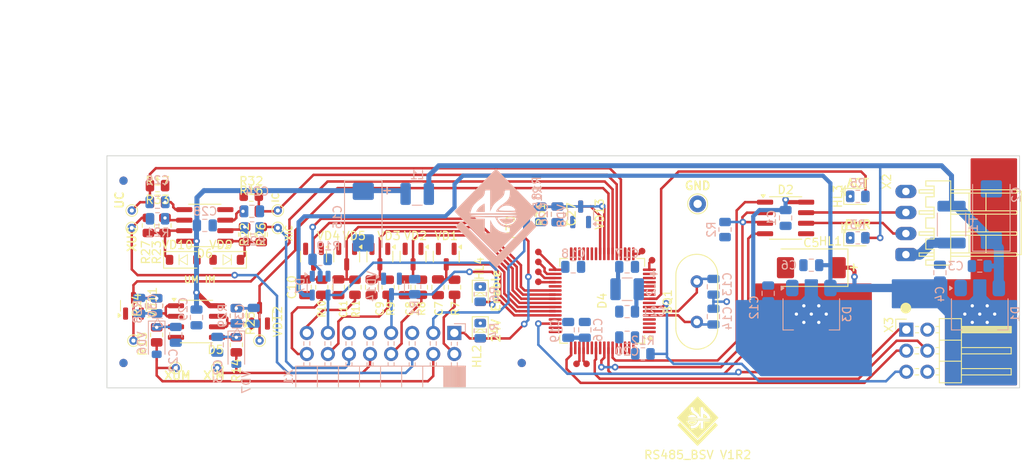
<source format=kicad_pcb>
(kicad_pcb
	(version 20240108)
	(generator "pcbnew")
	(generator_version "8.0")
	(general
		(thickness 1.6)
		(legacy_teardrops no)
	)
	(paper "A4")
	(title_block
		(title "RS485_BSV")
		(rev "2")
		(company "ООО \"Экросхим\"")
		(comment 1 "Антон Мухин")
	)
	(layers
		(0 "F.Cu" signal)
		(31 "B.Cu" signal)
		(32 "B.Adhes" user "B.Adhesive")
		(33 "F.Adhes" user "F.Adhesive")
		(34 "B.Paste" user)
		(35 "F.Paste" user)
		(36 "B.SilkS" user "B.Silkscreen")
		(37 "F.SilkS" user "F.Silkscreen")
		(38 "B.Mask" user)
		(39 "F.Mask" user)
		(40 "Dwgs.User" user "User.Drawings")
		(41 "Cmts.User" user "User.Comments")
		(42 "Eco1.User" user "User.Eco1")
		(43 "Eco2.User" user "User.Eco2")
		(44 "Edge.Cuts" user)
		(45 "Margin" user)
		(46 "B.CrtYd" user "B.Courtyard")
		(47 "F.CrtYd" user "F.Courtyard")
		(48 "B.Fab" user)
		(49 "F.Fab" user)
		(50 "User.1" user)
		(51 "User.2" user)
		(52 "User.3" user)
		(53 "User.4" user)
		(54 "User.5" user)
		(55 "User.6" user)
		(56 "User.7" user)
		(57 "User.8" user)
		(58 "User.9" user)
	)
	(setup
		(pad_to_mask_clearance 0)
		(allow_soldermask_bridges_in_footprints no)
		(aux_axis_origin 30 63)
		(grid_origin 30 63)
		(pcbplotparams
			(layerselection 0x00010fc_ffffffff)
			(plot_on_all_layers_selection 0x0000000_00000000)
			(disableapertmacros no)
			(usegerberextensions no)
			(usegerberattributes no)
			(usegerberadvancedattributes no)
			(creategerberjobfile no)
			(dashed_line_dash_ratio 12.000000)
			(dashed_line_gap_ratio 3.000000)
			(svgprecision 4)
			(plotframeref no)
			(viasonmask no)
			(mode 1)
			(useauxorigin yes)
			(hpglpennumber 1)
			(hpglpenspeed 20)
			(hpglpendiameter 15.000000)
			(pdf_front_fp_property_popups yes)
			(pdf_back_fp_property_popups yes)
			(dxfpolygonmode yes)
			(dxfimperialunits yes)
			(dxfusepcbnewfont yes)
			(psnegative no)
			(psa4output no)
			(plotreference yes)
			(plotvalue no)
			(plotfptext yes)
			(plotinvisibletext no)
			(sketchpadsonfab no)
			(subtractmaskfromsilk yes)
			(outputformat 1)
			(mirror no)
			(drillshape 0)
			(scaleselection 1)
			(outputdirectory "gerbers/")
		)
	)
	(net 0 "")
	(net 1 "Net-(D4-PD0)")
	(net 2 "Net-(D4-PD1)")
	(net 3 "+3V3")
	(net 4 "GND")
	(net 5 "+12V")
	(net 6 "+5V")
	(net 7 "UA_RDY")
	(net 8 "XRAY_ON")
	(net 9 "NO_LINK")
	(net 10 "OVERLOAD")
	(net 11 "OVERHEAT")
	(net 12 "+12VA")
	(net 13 "+3.3VA")
	(net 14 "Net-(D5A-+)")
	(net 15 "Net-(D5B-+)")
	(net 16 "Net-(D6A-+)")
	(net 17 "Net-(D6B-+)")
	(net 18 "HV_24V")
	(net 19 "HV_15V")
	(net 20 "Net-(D2-B)")
	(net 21 "U1_RX")
	(net 22 "TXEN")
	(net 23 "Net-(D2-A)")
	(net 24 "U1_TX")
	(net 25 "SWO")
	(net 26 "unconnected-(D4-PC15-Pad4)")
	(net 27 "unconnected-(D4-PB4-Pad56)")
	(net 28 "unconnected-(D4-PB2-Pad28)")
	(net 29 "Ia_CTRL")
	(net 30 "SWCLK")
	(net 31 "unconnected-(D4-PC6-Pad37)")
	(net 32 "unconnected-(D4-PB9-Pad62)")
	(net 33 "unconnected-(D4-PC3-Pad11)")
	(net 34 "unconnected-(D4-PB10-Pad29)")
	(net 35 "unconnected-(D4-PC14-Pad3)")
	(net 36 "Net-(D4-PC10)")
	(net 37 "unconnected-(D4-PC0-Pad8)")
	(net 38 "RESET")
	(net 39 "unconnected-(D4-PB8-Pad61)")
	(net 40 "SWDIO")
	(net 41 "Net-(D4-PB14)")
	(net 42 "unconnected-(D4-PD2-Pad54)")
	(net 43 "Ua_MON")
	(net 44 "unconnected-(D4-PA1-Pad15)")
	(net 45 "unconnected-(D4-PA12-Pad45)")
	(net 46 "Net-(D4-PC11)")
	(net 47 "HV_ENABLE")
	(net 48 "unconnected-(D4-PB1-Pad27)")
	(net 49 "unconnected-(D4-PB0-Pad26)")
	(net 50 "unconnected-(D4-PC12-Pad53)")
	(net 51 "Ua_CTRL")
	(net 52 "unconnected-(D4-PC2-Pad10)")
	(net 53 "Net-(D4-PB12)")
	(net 54 "CONN")
	(net 55 "Ia_MON")
	(net 56 "Net-(D4-PA3)")
	(net 57 "unconnected-(D4-PC13-Pad2)")
	(net 58 "unconnected-(D4-PB11-Pad30)")
	(net 59 "LED_ACT")
	(net 60 "Net-(D4-PB15)")
	(net 61 "unconnected-(D4-PA15-Pad50)")
	(net 62 "Net-(D4-PA2)")
	(net 63 "Net-(D4-PB13)")
	(net 64 "unconnected-(D4-PA0-Pad14)")
	(net 65 "Net-(D5A--)")
	(net 66 "Net-(D5B--)")
	(net 67 "Net-(D6B--)")
	(net 68 "Net-(D6A--)")
	(net 69 "unconnected-(D7-NC-Pad1)")
	(net 70 "X_HV_ENABLE")
	(net 71 "Net-(X2-Pin_1)")
	(net 72 "Net-(HL1-K)")
	(net 73 "Net-(HL2-K)")
	(net 74 "X_HV_24V")
	(net 75 "Net-(HL3-K)")
	(net 76 "Net-(HL4-K)")
	(net 77 "/X_UA_RDY")
	(net 78 "/X_XRAY_ON")
	(net 79 "/X_NO_LINK")
	(net 80 "/X_OVERLOAD")
	(net 81 "/X_OVERHEAT")
	(net 82 "X_Ua_MON")
	(net 83 "X_Ia_MON")
	(net 84 "X_Ua_CTRL")
	(net 85 "X_Ia_CTRL")
	(net 86 "X_HV_15V")
	(net 87 "Net-(VD10-K)")
	(net 88 "Net-(VD9-K)")
	(footprint "Capacitor_SMD:C_0805_2012Metric" (layer "F.Cu") (at 57.9 50.862499 -90))
	(footprint "Capacitor_SMD:C_0805_2012Metric" (layer "F.Cu") (at 84.3 42.0625 -90))
	(footprint "Resistor_SMD:R_0805_2012Metric" (layer "F.Cu") (at 46.6 44.5 90))
	(footprint "Resistor_SMD:R_0805_2012Metric" (layer "F.Cu") (at 36.1 38.6))
	(footprint "TestPoint:TestPoint_THTPad_D1.0mm_Drill0.5mm" (layer "F.Cu") (at 50.6 41.6 180))
	(footprint "Connector_PinHeader_2.54mm:PinHeader_2x03_P2.54mm_Horizontal" (layer "F.Cu") (at 126.35 55.975))
	(footprint "Resistor_SMD:R_0805_2012Metric" (layer "F.Cu") (at 80.3 42.0625 90))
	(footprint "Fiducial:Fiducial_1mm_Mask3mm" (layer "F.Cu") (at 80 60))
	(footprint "Ecohim:TestPoint_Pad_D0.8mm_no_circle" (layer "F.Cu") (at 95.7 47.6 -90))
	(footprint "Package_TO_SOT_SMD:SOT-23" (layer "F.Cu") (at 70.9 47.162499 -90))
	(footprint "Resistor_SMD:R_0805_2012Metric" (layer "F.Cu") (at 45.6 54.3 90))
	(footprint "Ecohim:TestPoint_Pad_D0.8mm_no_circle" (layer "F.Cu") (at 82 47.8 -90))
	(footprint "TestPoint:TestPoint_THTPad_D1.0mm_Drill0.5mm" (layer "F.Cu") (at 33.2 57.3))
	(footprint "Resistor_SMD:R_0805_2012Metric" (layer "F.Cu") (at 48.599999 44.5 90))
	(footprint "Package_TO_SOT_SMD:SOT-23" (layer "F.Cu") (at 66.9 47.162499 -90))
	(footprint "Package_QFP:LQFP-64_10x10mm_P0.5mm" (layer "F.Cu") (at 89.7 52.5 180))
	(footprint "TestPoint:TestPoint_THTPad_D1.0mm_Drill0.5mm" (layer "F.Cu") (at 43.3 60.6))
	(footprint "Resistor_SMD:R_0805_2012Metric" (layer "F.Cu") (at 63.9 50.862499 90))
	(footprint "LED_SMD:LED_0805_2012Metric" (layer "F.Cu") (at 75 56.1 -90))
	(footprint "Resistor_SMD:R_0805_2012Metric" (layer "F.Cu") (at 71.9 50.862499 90))
	(footprint "TestPoint:TestPoint_THTPad_D1.0mm_Drill0.5mm" (layer "F.Cu") (at 50.6 43.7 180))
	(footprint "Resistor_SMD:R_0805_2012Metric" (layer "F.Cu") (at 55.9 50.862499 90))
	(footprint "Ecohim:TestPoint_Pad_D0.8mm_no_circle" (layer "F.Cu") (at 82 49 -90))
	(footprint "LED_SMD:LED_0805_2012Metric" (layer "F.Cu") (at 75 51.7 -90))
	(footprint "Package_TO_SOT_SMD:SOT-23" (layer "F.Cu") (at 58.9 47.162499 -90))
	(footprint "TestPoint:TestPoint_THTPad_D1.0mm_Drill0.5mm" (layer "F.Cu") (at 38.3 60.6))
	(footprint "Ecohim:TestPoint_Pad_D0.8mm_no_circle" (layer "F.Cu") (at 82 46.6 -90))
	(footprint "Diode_SMD:D_SOD-123" (layer "F.Cu") (at 39.2 47.550001))
	(footprint "Crystal:Crystal_HC49-4H_Vertical" (layer "F.Cu") (at 101.1 55.050001 90))
	(footprint "Package_TO_SOT_SMD:SOT-23" (layer "F.Cu") (at 54.9 47.162499 -90))
	(footprint "TestPoint:TestPoint_THTPad_D2.0mm_Drill1.0mm" (layer "F.Cu") (at 101.2 40.8))
	(footprint "Ecohim:DS1070-4MR_WF-4RA_CONNFLY" (layer "F.Cu") (at 126.3 39.3 -90))
	(footprint "Ecohim:TestPoint_Pad_D0.8mm_no_circle" (layer "F.Cu") (at 94.5 46.5 -90))
	(footprint "TestPoint:TestPoint_THTPad_D1.0mm_Drill0.5mm" (layer "F.Cu") (at 48.4 57.3))
	(footprint "Ecohim:TestPoint_Pad_D0.8mm_no_circle" (layer "F.Cu") (at 82 50.2 -90))
	(footprint "LED_SMD:LED_0805_2012Metric" (layer "F.Cu") (at 120.5 44.9))
	(footprint "Fiducial:Fiducial_1mm_Mask3mm" (layer "F.Cu") (at 32 60))
	(footprint "Package_TO_SOT_SMD:SOT-23" (layer "F.Cu") (at 62.9 47.162499 -90))
	(footprint "Package_SO:SOIC-8_3.9x4.9mm_P1.27mm" (layer "F.Cu") (at 41.8 43.4 180))
	(footprint "Fiducial:Fiducial_1mm_Mask3mm" (layer "F.Cu") (at 32 38))
	(footprint "Ecohim:TestPoint_Pad_D0.8mm_no_circle"
		(layer "F.Cu")
		(uuid "994e962f-6f8c-4506-95e2-692a998de945")
		(at 87.800001 60.1 -90)
		(descr "SMD pad as test Point, diameter 0.8mm")
		(tags "test point SMD pad")
		(property "Reference" "TP3"
			(at 0 -1.448001 90)
			(layer "F.SilkS")
			(hide yes)
			(uuid "a7cf7626-7b2f-4ba4-81bd-d2dc5d83f453")
			(effects
				(font
					(size 1 1)
					(thickness 0.15)
				)
			)
		)
		(property "Value" "TestPoint"
			(at 0 1.550001 90)
			(layer "F.Fab")
			(hide yes)
			(uuid "6df85dba-4838-47dd-9172-088c7b593623")
			(effects
				(font
					(size 1 1)
					(thickness 0.15)
				)
			)
		)
		(property "Footprint" "Ecohim:TestPoint_Pad_D0.8mm_no_circle"
			(at 0 0 90)
			(layer "F.Fab")
			(hide yes)
			(uuid "29358d4a-4997-41c9-bb7a-1761f74586ba")
			(effects
				(font
					(size 1.27 1.27)
					(thickness 0.15)
				)
			)
		)
		(property "Datasheet" ""
			(at 0 0 90)
			(layer "F.Fab")
			(hide yes)
			(uuid "58c16a85-9df6-45c5-8d8e-4b54ef990bfb")
			(effects
				(font
					(size 1.27 1.27)
					(thickness 0.15)
				)
			)
		)
		(property "Description" ""
			(at 0 0 90)
			(layer "F.Fab")
			(hide yes)
			(uuid "951b29fb-2560-43a3-bcf3-e322e2e8284b")
			(effects
				(font
		
... [488802 chars truncated]
</source>
